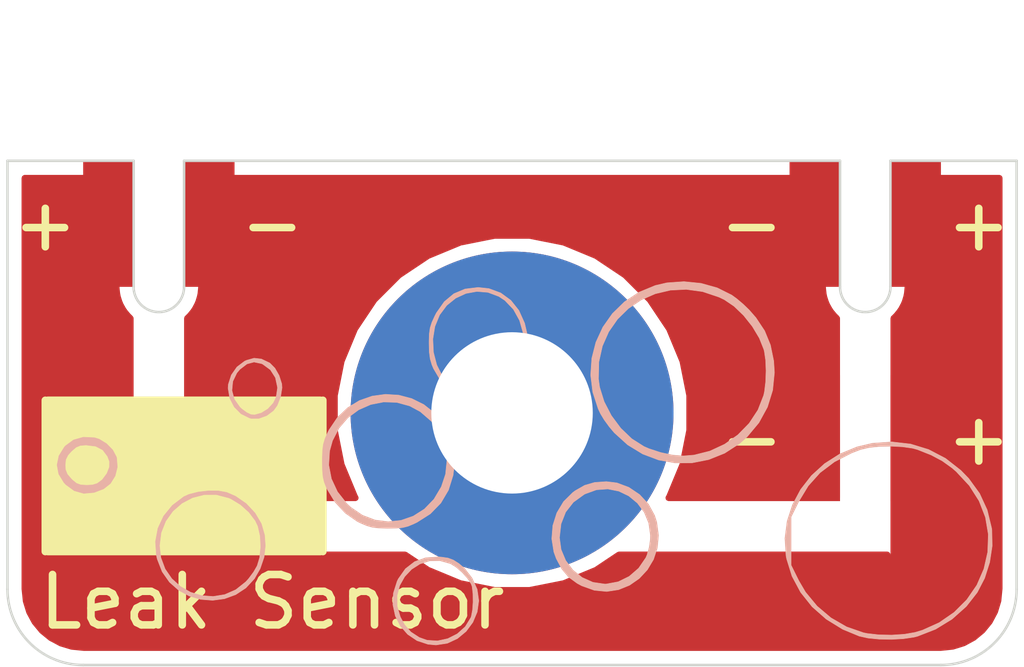
<source format=kicad_pcb>
(kicad_pcb (version 20171130) (host pcbnew "(5.1.4)-1")

  (general
    (thickness 1.6)
    (drawings 21)
    (tracks 0)
    (zones 0)
    (modules 9)
    (nets 4)
  )

  (page A4)
  (layers
    (0 F.Cu signal)
    (31 B.Cu signal)
    (32 B.Adhes user)
    (33 F.Adhes user)
    (34 B.Paste user)
    (35 F.Paste user)
    (36 B.SilkS user)
    (37 F.SilkS user)
    (38 B.Mask user)
    (39 F.Mask user)
    (40 Dwgs.User user)
    (41 Cmts.User user)
    (42 Eco1.User user)
    (43 Eco2.User user)
    (44 Edge.Cuts user)
    (45 Margin user)
    (46 B.CrtYd user)
    (47 F.CrtYd user)
    (48 B.Fab user)
    (49 F.Fab user)
  )

  (setup
    (last_trace_width 0.25)
    (trace_clearance 0.2)
    (zone_clearance 0.254)
    (zone_45_only no)
    (trace_min 0.2)
    (via_size 0.8)
    (via_drill 0.4)
    (via_min_size 0.4)
    (via_min_drill 0.3)
    (uvia_size 0.3)
    (uvia_drill 0.1)
    (uvias_allowed no)
    (uvia_min_size 0.2)
    (uvia_min_drill 0.1)
    (edge_width 0.05)
    (segment_width 0.2)
    (pcb_text_width 0.3)
    (pcb_text_size 1.5 1.5)
    (mod_edge_width 0.12)
    (mod_text_size 1 1)
    (mod_text_width 0.15)
    (pad_size 1.524 1.524)
    (pad_drill 0.762)
    (pad_to_mask_clearance 0.051)
    (solder_mask_min_width 0.25)
    (aux_axis_origin 50 150)
    (grid_origin 50 150)
    (visible_elements 7FFFFFFF)
    (pcbplotparams
      (layerselection 0x010fc_ffffffff)
      (usegerberextensions false)
      (usegerberattributes false)
      (usegerberadvancedattributes false)
      (creategerberjobfile false)
      (excludeedgelayer true)
      (linewidth 0.100000)
      (plotframeref false)
      (viasonmask false)
      (mode 1)
      (useauxorigin false)
      (hpglpennumber 1)
      (hpglpenspeed 20)
      (hpglpendiameter 15.000000)
      (psnegative false)
      (psa4output false)
      (plotreference true)
      (plotvalue true)
      (plotinvisibletext false)
      (padsonsilk false)
      (subtractmaskfromsilk false)
      (outputformat 1)
      (mirror false)
      (drillshape 0)
      (scaleselection 1)
      (outputdirectory "gerbers/"))
  )

  (net 0 "")
  (net 1 "Net-(H1-Pad1)")
  (net 2 /LEAK+)
  (net 3 /LEAK-)

  (net_class Default "This is the default net class."
    (clearance 0.2)
    (trace_width 0.25)
    (via_dia 0.8)
    (via_drill 0.4)
    (uvia_dia 0.3)
    (uvia_drill 0.1)
    (add_net /LEAK+)
    (add_net /LEAK-)
    (add_net "Net-(H1-Pad1)")
  )

  (module µ104KiCAD:LEAK_PAD (layer F.Cu) (tedit 600486CA) (tstamp 60048C47)
    (at 66 141.25 90)
    (path /600BE425)
    (fp_text reference J6 (at 0 -1.3 90) (layer F.SilkS) hide
      (effects (font (size 1 1) (thickness 0.15)))
    )
    (fp_text value LEAK_PAD- (at 0.1 -1.3 90) (layer F.Fab)
      (effects (font (size 1 1) (thickness 0.15)))
    )
    (pad 1 smd rect (at 0 0 90) (size 2.5 1) (layers F.Cu F.Paste F.Mask)
      (net 3 /LEAK-))
  )

  (module µ104KiCAD:LEAK_PAD (layer F.Cu) (tedit 600486CA) (tstamp 60048C2E)
    (at 68 141.25 90)
    (path /600BE270)
    (fp_text reference J1 (at 0 -1.3 90) (layer F.SilkS) hide
      (effects (font (size 1 1) (thickness 0.15)))
    )
    (fp_text value LEAK_PAD+ (at 0.1 -1.3 90) (layer F.Fab)
      (effects (font (size 1 1) (thickness 0.15)))
    )
    (pad 1 smd rect (at 0 0 90) (size 2.5 1) (layers F.Cu F.Paste F.Mask)
      (net 2 /LEAK+))
  )

  (module µ104KiCAD:LEAK_PAD (layer F.Cu) (tedit 600486CA) (tstamp 60048C33)
    (at 68 145.5 270)
    (path /600BFA4B)
    (fp_text reference J2 (at 0 -1.3 90) (layer F.SilkS) hide
      (effects (font (size 1 1) (thickness 0.15)))
    )
    (fp_text value PAD (at 0.1 -1.3 90) (layer F.Fab)
      (effects (font (size 1 1) (thickness 0.15)))
    )
    (pad 1 smd rect (at 0 0 270) (size 2.5 1) (layers F.Cu F.Paste F.Mask)
      (net 2 /LEAK+))
  )

  (module µ104KiCAD:LEAK_PAD (layer F.Cu) (tedit 600486CA) (tstamp 60048C38)
    (at 52 141.25 90)
    (path /600B7BAD)
    (fp_text reference J3 (at 0 -1.3 90) (layer F.SilkS) hide
      (effects (font (size 1 1) (thickness 0.15)))
    )
    (fp_text value LEAK_PAD+ (at 0.1 -1.3 90) (layer F.Fab)
      (effects (font (size 1 1) (thickness 0.15)))
    )
    (pad 1 smd rect (at 0 0 90) (size 2.5 1) (layers F.Cu F.Paste F.Mask)
      (net 2 /LEAK+))
  )

  (module µ104KiCAD:LEAK_PAD (layer F.Cu) (tedit 600486CA) (tstamp 60048C3D)
    (at 66 145.5 270)
    (path /600C0FCC)
    (fp_text reference J4 (at 0 -1.3 90) (layer F.SilkS) hide
      (effects (font (size 1 1) (thickness 0.15)))
    )
    (fp_text value PAD (at 0.1 -1.3 90) (layer F.Fab)
      (effects (font (size 1 1) (thickness 0.15)))
    )
    (pad 1 smd rect (at 0 0 270) (size 2.5 1) (layers F.Cu F.Paste F.Mask)
      (net 3 /LEAK-))
  )

  (module µ104KiCAD:LEAK_PAD (layer F.Cu) (tedit 600486CA) (tstamp 60048C42)
    (at 54 141.25 90)
    (path /600BD8CD)
    (fp_text reference J5 (at 0 -1.3 90) (layer F.SilkS) hide
      (effects (font (size 1 1) (thickness 0.15)))
    )
    (fp_text value LEAK_PAD- (at 0.1 -1.3 90) (layer F.Fab)
      (effects (font (size 1 1) (thickness 0.15)))
    )
    (pad 1 smd rect (at 0 0 90) (size 2.5 1) (layers F.Cu F.Paste F.Mask)
      (net 3 /LEAK-))
  )

  (module MountingHole:MountingHole_3.2mm_M3_Pad (layer F.Cu) (tedit 56D1B4CB) (tstamp 6004E552)
    (at 60 145)
    (descr "Mounting Hole 3.2mm, M3")
    (tags "mounting hole 3.2mm m3")
    (path /600C832B)
    (attr virtual)
    (fp_text reference H1 (at 0 -4.2) (layer F.SilkS) hide
      (effects (font (size 1 1) (thickness 0.15)))
    )
    (fp_text value M3 (at 0 4.2) (layer F.Fab)
      (effects (font (size 1 1) (thickness 0.15)))
    )
    (fp_text user %R (at 0.3 0) (layer F.Fab)
      (effects (font (size 1 1) (thickness 0.15)))
    )
    (fp_circle (center 0 0) (end 3.2 0) (layer Cmts.User) (width 0.15))
    (fp_circle (center 0 0) (end 3.45 0) (layer F.CrtYd) (width 0.05))
    (pad 1 thru_hole circle (at 0 0) (size 6.4 6.4) (drill 3.2) (layers *.Cu *.Mask)
      (net 1 "Net-(H1-Pad1)"))
  )

  (module µ104KiCAD:SN_BLOCK (layer F.Cu) (tedit 55F97AC3) (tstamp 6004E577)
    (at 53.5 146.25)
    (path /5F3C49EF)
    (fp_text reference Logo4 (at 0 0.1) (layer F.SilkS) hide
      (effects (font (size 0.2 0.2) (thickness 0.01)))
    )
    (fp_text value SNBLOCK (at 0 0) (layer F.SilkS) hide
      (effects (font (size 0.2 0.2) (thickness 0.01)))
    )
    (fp_line (start -2.7 1.5) (end 2.7 1.5) (layer F.SilkS) (width 0.15))
    (fp_line (start 2.7 1.4) (end -2.7 1.4) (layer F.SilkS) (width 0.15))
    (fp_line (start -2.7 1.3) (end 2.7 1.3) (layer F.SilkS) (width 0.15))
    (fp_line (start 2.7 1.2) (end -2.7 1.2) (layer F.SilkS) (width 0.15))
    (fp_line (start -2.7 1.1) (end 2.7 1.1) (layer F.SilkS) (width 0.15))
    (fp_line (start 2.7 1) (end -2.7 1) (layer F.SilkS) (width 0.15))
    (fp_line (start -2.7 0.9) (end 2.7 0.9) (layer F.SilkS) (width 0.15))
    (fp_line (start 2.7 0.8) (end -2.7 0.8) (layer F.SilkS) (width 0.15))
    (fp_line (start -2.7 0.7) (end 2.7 0.7) (layer F.SilkS) (width 0.15))
    (fp_line (start 2.7 0.6) (end -2.7 0.6) (layer F.SilkS) (width 0.15))
    (fp_line (start -2.7 0.5) (end 2.7 0.5) (layer F.SilkS) (width 0.15))
    (fp_line (start 2.7 0.4) (end -2.7 0.4) (layer F.SilkS) (width 0.15))
    (fp_line (start -2.7 0.3) (end 2.7 0.3) (layer F.SilkS) (width 0.15))
    (fp_line (start 2.7 0.2) (end -2.7 0.2) (layer F.SilkS) (width 0.15))
    (fp_line (start -2.7 0.1) (end 2.7 0.1) (layer F.SilkS) (width 0.15))
    (fp_line (start 2.7 0) (end -2.7 0) (layer F.SilkS) (width 0.15))
    (fp_line (start -2.7 -0.1) (end 2.7 -0.1) (layer F.SilkS) (width 0.15))
    (fp_line (start 2.7 -0.2) (end -2.7 -0.2) (layer F.SilkS) (width 0.15))
    (fp_line (start -2.7 -0.3) (end 2.7 -0.3) (layer F.SilkS) (width 0.15))
    (fp_line (start 2.7 -0.4) (end -2.7 -0.4) (layer F.SilkS) (width 0.15))
    (fp_line (start -2.7 -0.5) (end 2.7 -0.5) (layer F.SilkS) (width 0.15))
    (fp_line (start 2.7 -0.6) (end -2.7 -0.6) (layer F.SilkS) (width 0.15))
    (fp_line (start -2.7 -0.7) (end 2.7 -0.7) (layer F.SilkS) (width 0.15))
    (fp_line (start 2.7 -0.8) (end -2.7 -0.8) (layer F.SilkS) (width 0.15))
    (fp_line (start -2.7 -0.9) (end 2.7 -0.9) (layer F.SilkS) (width 0.15))
    (fp_line (start 2.7 -1) (end -2.7 -1) (layer F.SilkS) (width 0.15))
    (fp_line (start -2.7 -1.1) (end 2.7 -1.1) (layer F.SilkS) (width 0.15))
    (fp_line (start 2.7 -1.2) (end -2.7 -1.2) (layer F.SilkS) (width 0.15))
    (fp_line (start -2.7 -1.3) (end 2.7 -1.3) (layer F.SilkS) (width 0.15))
    (fp_line (start 2.7 -1.4) (end -2.7 -1.4) (layer F.SilkS) (width 0.15))
    (fp_line (start -2.7 -1.5) (end 2.7 -1.5) (layer F.SilkS) (width 0.15))
    (fp_line (start -2.75 -1.5) (end -2.75 1.5) (layer F.SilkS) (width 0.15))
    (fp_line (start 2.75 -1.5) (end 2.75 1.5) (layer F.SilkS) (width 0.15))
  )

  (module silk:bubbles (layer B.Cu) (tedit 0) (tstamp 6004E78E)
    (at 60.25 146 270)
    (path /5EE195B1)
    (fp_text reference Logo3 (at 0 0 270) (layer B.SilkS) hide
      (effects (font (size 1.524 1.524) (thickness 0.3)) (justify mirror))
    )
    (fp_text value Bubble (at 0.75 0 270) (layer B.SilkS) hide
      (effects (font (size 1.524 1.524) (thickness 0.3)) (justify mirror))
    )
    (fp_poly (pts (xy 1.831101 -5.180385) (xy 1.894142 -5.192126) (xy 2.23925 -5.299257) (xy 2.558058 -5.470008)
      (xy 2.843928 -5.698143) (xy 3.090221 -5.977424) (xy 3.290296 -6.301616) (xy 3.42724 -6.632341)
      (xy 3.465921 -6.807763) (xy 3.487367 -7.028687) (xy 3.491513 -7.270105) (xy 3.478297 -7.50701)
      (xy 3.447655 -7.714392) (xy 3.430154 -7.784686) (xy 3.289823 -8.144005) (xy 3.090313 -8.469546)
      (xy 2.838459 -8.752002) (xy 2.55965 -8.9702) (xy 2.278003 -9.115833) (xy 1.963143 -9.215927)
      (xy 1.63794 -9.265397) (xy 1.325265 -9.259158) (xy 1.284591 -9.253669) (xy 0.925246 -9.166378)
      (xy 0.59956 -9.016409) (xy 0.302533 -8.801101) (xy 0.141828 -8.645671) (xy -0.097389 -8.340555)
      (xy -0.272649 -8.005497) (xy -0.382303 -7.647762) (xy -0.424701 -7.274617) (xy -0.424026 -7.264902)
      (xy -0.339584 -7.264902) (xy -0.328042 -7.491056) (xy -0.299748 -7.687343) (xy -0.273701 -7.783286)
      (xy -0.166585 -8.053676) (xy -0.049224 -8.275108) (xy 0.091727 -8.471128) (xy 0.162553 -8.553071)
      (xy 0.441002 -8.812516) (xy 0.744779 -9.006024) (xy 1.069175 -9.132257) (xy 1.409476 -9.189874)
      (xy 1.760971 -9.177535) (xy 2.093339 -9.102243) (xy 2.4157 -8.962431) (xy 2.7062 -8.762493)
      (xy 2.95717 -8.510723) (xy 3.160942 -8.215415) (xy 3.309849 -7.884864) (xy 3.353836 -7.738861)
      (xy 3.390758 -7.526825) (xy 3.40682 -7.276555) (xy 3.401824 -7.019386) (xy 3.375569 -6.786653)
      (xy 3.36039 -6.712857) (xy 3.24422 -6.379642) (xy 3.065391 -6.070072) (xy 2.832686 -5.795051)
      (xy 2.554889 -5.565479) (xy 2.329402 -5.43322) (xy 2.019328 -5.279572) (xy 1.064957 -5.279572)
      (xy 0.755333 -5.432997) (xy 0.446197 -5.620413) (xy 0.185948 -5.854093) (xy -0.029772 -6.139224)
      (xy -0.20532 -6.480995) (xy -0.273701 -6.658429) (xy -0.312414 -6.823468) (xy -0.334375 -7.033999)
      (xy -0.339584 -7.264902) (xy -0.424026 -7.264902) (xy -0.398193 -6.893328) (xy -0.325813 -6.585857)
      (xy -0.185932 -6.246875) (xy 0.006873 -5.944593) (xy 0.244674 -5.68399) (xy 0.519541 -5.470044)
      (xy 0.823546 -5.307733) (xy 1.14876 -5.202034) (xy 1.487255 -5.157925) (xy 1.831101 -5.180385)) (layer B.SilkS) (width 0.01))
    (fp_poly (pts (xy -1.415031 -1.349455) (xy -1.083638 -1.456847) (xy -0.984167 -1.503601) (xy -0.864905 -1.575783)
      (xy -0.726132 -1.676782) (xy -0.607274 -1.776491) (xy -0.366062 -2.042572) (xy -0.185471 -2.338795)
      (xy -0.065771 -2.656347) (xy -0.007235 -2.986416) (xy -0.010135 -3.320189) (xy -0.074741 -3.648854)
      (xy -0.201325 -3.963599) (xy -0.390159 -4.25561) (xy -0.526143 -4.408901) (xy -0.805551 -4.642075)
      (xy -1.115723 -4.811542) (xy -1.449897 -4.914936) (xy -1.801311 -4.949897) (xy -2.032275 -4.935249)
      (xy -2.348137 -4.870377) (xy -2.627185 -4.755953) (xy -2.887436 -4.583322) (xy -3.037898 -4.452141)
      (xy -3.154359 -4.332006) (xy -3.265829 -4.200424) (xy -3.336021 -4.103815) (xy -3.47954 -3.816776)
      (xy -3.569459 -3.495666) (xy -3.59892 -3.204111) (xy -3.450288 -3.204111) (xy -3.405979 -3.527263)
      (xy -3.297331 -3.851128) (xy -3.246481 -3.957252) (xy -3.11518 -4.151174) (xy -2.931422 -4.341432)
      (xy -2.714448 -4.513126) (xy -2.483498 -4.651356) (xy -2.257811 -4.741221) (xy -2.22235 -4.750382)
      (xy -2.049285 -4.775633) (xy -1.837272 -4.784248) (xy -1.617887 -4.776701) (xy -1.422707 -4.753466)
      (xy -1.348298 -4.737257) (xy -1.057082 -4.623531) (xy -0.793346 -4.45001) (xy -0.564584 -4.226664)
      (xy -0.378285 -3.963464) (xy -0.241943 -3.670378) (xy -0.163047 -3.357378) (xy -0.14603 -3.137267)
      (xy -0.164159 -2.927536) (xy -0.214927 -2.691387) (xy -0.290205 -2.462437) (xy -0.332812 -2.36465)
      (xy -0.486062 -2.12322) (xy -0.695552 -1.904329) (xy -0.945991 -1.718284) (xy -1.222087 -1.575393)
      (xy -1.508548 -1.485963) (xy -1.670751 -1.46285) (xy -2.009961 -1.470036) (xy -2.323939 -1.539844)
      (xy -2.60834 -1.665396) (xy -2.858819 -1.839813) (xy -3.071029 -2.056215) (xy -3.240627 -2.307725)
      (xy -3.363266 -2.587463) (xy -3.434601 -2.888552) (xy -3.450288 -3.204111) (xy -3.59892 -3.204111)
      (xy -3.60362 -3.157602) (xy -3.579864 -2.819704) (xy -3.526897 -2.590073) (xy -3.391689 -2.263475)
      (xy -3.203328 -1.978892) (xy -2.969994 -1.73982) (xy -2.699868 -1.549754) (xy -2.401129 -1.41219)
      (xy -2.081956 -1.330622) (xy -1.75053 -1.308545) (xy -1.415031 -1.349455)) (layer B.SilkS) (width 0.01))
    (fp_poly (pts (xy 1.756674 -0.578675) (xy 1.889215 -0.626776) (xy 2.098548 -0.738224) (xy 2.255488 -0.870156)
      (xy 2.380197 -1.041446) (xy 2.429037 -1.132107) (xy 2.518206 -1.381267) (xy 2.541603 -1.626624)
      (xy 2.505957 -1.861223) (xy 2.418 -2.078111) (xy 2.284461 -2.270336) (xy 2.112071 -2.430942)
      (xy 1.90756 -2.552978) (xy 1.67766 -2.62949) (xy 1.429099 -2.653523) (xy 1.168609 -2.618126)
      (xy 1.032706 -2.574707) (xy 0.809061 -2.45241) (xy 0.620665 -2.277952) (xy 0.477224 -2.06519)
      (xy 0.388445 -1.827983) (xy 0.366799 -1.648635) (xy 0.508481 -1.648635) (xy 0.551474 -1.865243)
      (xy 0.647139 -2.063788) (xy 0.789057 -2.235052) (xy 0.970806 -2.36982) (xy 1.185966 -2.458873)
      (xy 1.428116 -2.492995) (xy 1.506924 -2.491026) (xy 1.663896 -2.468818) (xy 1.812285 -2.427787)
      (xy 1.871701 -2.402589) (xy 2.080907 -2.25921) (xy 2.243158 -2.072188) (xy 2.35031 -1.854237)
      (xy 2.394219 -1.61807) (xy 2.394857 -1.585949) (xy 2.360658 -1.352227) (xy 2.264864 -1.138993)
      (xy 2.117682 -0.956181) (xy 1.929317 -0.813729) (xy 1.709975 -0.721572) (xy 1.474211 -0.689631)
      (xy 1.20068 -0.720654) (xy 0.966023 -0.81271) (xy 0.771202 -0.965236) (xy 0.617181 -1.177668)
      (xy 0.606198 -1.198092) (xy 0.524582 -1.423179) (xy 0.508481 -1.648635) (xy 0.366799 -1.648635)
      (xy 0.363212 -1.618924) (xy 0.379909 -1.385582) (xy 0.436931 -1.189619) (xy 0.543375 -1.002906)
      (xy 0.57757 -0.95597) (xy 0.760513 -0.771179) (xy 0.984091 -0.637491) (xy 1.234109 -0.558469)
      (xy 1.496369 -0.537676) (xy 1.756674 -0.578675)) (layer B.SilkS) (width 0.01))
    (fp_poly (pts (xy -2.204187 1.889432) (xy -2.070863 1.872077) (xy -1.953513 1.837084) (xy -1.878246 1.805174)
      (xy -1.633988 1.661221) (xy -1.446174 1.483834) (xy -1.316787 1.281384) (xy -1.247808 1.062244)
      (xy -1.241218 0.834789) (xy -1.298998 0.607392) (xy -1.42313 0.388425) (xy -1.516914 0.278223)
      (xy -1.734831 0.102425) (xy -1.986238 -0.012263) (xy -2.262752 -0.064004) (xy -2.555989 -0.050963)
      (xy -2.77938 0.001651) (xy -3.030598 0.114428) (xy -3.232023 0.27435) (xy -3.378584 0.474829)
      (xy -3.465211 0.709277) (xy -3.487964 0.922092) (xy -3.484977 0.946931) (xy -3.409396 0.946931)
      (xy -3.390991 0.725849) (xy -3.310605 0.511769) (xy -3.231156 0.391425) (xy -3.053502 0.2218)
      (xy -2.832978 0.100119) (xy -2.583695 0.029381) (xy -2.319761 0.012586) (xy -2.055287 0.052734)
      (xy -1.896761 0.10774) (xy -1.74454 0.195352) (xy -1.593929 0.318655) (xy -1.465902 0.457548)
      (xy -1.381433 0.591928) (xy -1.374727 0.608064) (xy -1.339701 0.770202) (xy -1.338233 0.963331)
      (xy -1.368411 1.155127) (xy -1.41493 1.287703) (xy -1.545802 1.478362) (xy -1.728855 1.631785)
      (xy -1.951331 1.743126) (xy -2.200467 1.80754) (xy -2.463506 1.820181) (xy -2.712464 1.780414)
      (xy -2.943638 1.685874) (xy -3.13294 1.544486) (xy -3.276349 1.36702) (xy -3.369841 1.164245)
      (xy -3.409396 0.946931) (xy -3.484977 0.946931) (xy -3.4569 1.180362) (xy -3.363116 1.403213)
      (xy -3.205729 1.591986) (xy -2.983854 1.748023) (xy -2.922456 1.77999) (xy -2.794861 1.83841)
      (xy -2.687144 1.872803) (xy -2.570245 1.889302) (xy -2.415104 1.894038) (xy -2.381578 1.894114)
      (xy -2.204187 1.889432)) (layer B.SilkS) (width 0.01))
    (fp_poly (pts (xy 3.026444 2.563007) (xy 3.225003 2.463482) (xy 3.391529 2.318327) (xy 3.515983 2.133654)
      (xy 3.588327 1.915576) (xy 3.602653 1.757259) (xy 3.568886 1.533622) (xy 3.47509 1.331881)
      (xy 3.332522 1.160333) (xy 3.152438 1.027274) (xy 2.946095 0.941) (xy 2.724749 0.909808)
      (xy 2.499658 0.941994) (xy 2.497414 0.942668) (xy 2.276382 1.042562) (xy 2.082724 1.193454)
      (xy 1.989616 1.30206) (xy 1.918778 1.413439) (xy 1.879385 1.518708) (xy 1.86034 1.651619)
      (xy 1.858304 1.682089) (xy 1.930276 1.682089) (xy 1.989533 1.472096) (xy 1.991582 1.467546)
      (xy 2.062059 1.354229) (xy 2.165144 1.236324) (xy 2.281207 1.132319) (xy 2.390618 1.060699)
      (xy 2.444445 1.041053) (xy 2.58877 1.02435) (xy 2.754407 1.022168) (xy 2.912907 1.033388)
      (xy 3.035824 1.056891) (xy 3.059333 1.065245) (xy 3.240929 1.176814) (xy 3.382562 1.334658)
      (xy 3.478412 1.523718) (xy 3.522661 1.728937) (xy 3.50949 1.935258) (xy 3.454861 2.088738)
      (xy 3.345807 2.255433) (xy 3.203567 2.380055) (xy 3.048 2.464379) (xy 2.83235 2.528241)
      (xy 2.621505 2.52998) (xy 2.423911 2.477565) (xy 2.248012 2.378965) (xy 2.102254 2.242148)
      (xy 1.995082 2.075084) (xy 1.934941 1.885742) (xy 1.930276 1.682089) (xy 1.858304 1.682089)
      (xy 1.856683 1.706332) (xy 1.872792 1.961951) (xy 1.951385 2.181096) (xy 2.09153 2.362181)
      (xy 2.292295 2.50362) (xy 2.338946 2.526687) (xy 2.573377 2.600722) (xy 2.805889 2.610791)
      (xy 3.026444 2.563007)) (layer B.SilkS) (width 0.01))
    (fp_poly (pts (xy 0.139526 4.006711) (xy 0.267632 3.995225) (xy 0.372771 3.970757) (xy 0.479682 3.92895)
      (xy 0.515913 3.912323) (xy 0.770708 3.757446) (xy 0.987997 3.554339) (xy 1.152898 3.317626)
      (xy 1.183657 3.256073) (xy 1.236395 3.131769) (xy 1.267922 3.022322) (xy 1.283418 2.900296)
      (xy 1.28806 2.738254) (xy 1.288143 2.702522) (xy 1.285538 2.535967) (xy 1.273922 2.414707)
      (xy 1.247593 2.311544) (xy 1.200851 2.199278) (xy 1.168654 2.132471) (xy 1.001708 1.870197)
      (xy 0.787732 1.661877) (xy 0.531237 1.510371) (xy 0.23673 1.418542) (xy 0 1.39082)
      (xy -0.176402 1.389956) (xy -0.319881 1.409043) (xy -0.468677 1.453817) (xy -0.501752 1.466099)
      (xy -0.772986 1.603161) (xy -0.993967 1.783612) (xy -1.164339 1.998459) (xy -1.283744 2.238709)
      (xy -1.351827 2.495369) (xy -1.368229 2.759446) (xy -1.363256 2.796083) (xy -1.216674 2.796083)
      (xy -1.208487 2.534793) (xy -1.138302 2.278234) (xy -1.025016 2.068285) (xy -0.83042 1.843821)
      (xy -0.600063 1.678988) (xy -0.342967 1.576312) (xy -0.068155 1.538318) (xy 0.215351 1.567534)
      (xy 0.465328 1.651054) (xy 0.712563 1.79781) (xy 0.907259 1.986529) (xy 1.047648 2.207317)
      (xy 1.131958 2.450278) (xy 1.158421 2.705519) (xy 1.125265 2.963145) (xy 1.030723 3.213262)
      (xy 0.873023 3.445976) (xy 0.800297 3.523737) (xy 0.56462 3.710132) (xy 0.306937 3.830351)
      (xy 0.03455 3.882727) (xy -0.245237 3.865592) (xy -0.448476 3.80879) (xy -0.698495 3.680148)
      (xy -0.903776 3.504136) (xy -1.060868 3.291175) (xy -1.166318 3.051683) (xy -1.216674 2.796083)
      (xy -1.363256 2.796083) (xy -1.332593 3.021946) (xy -1.244562 3.273877) (xy -1.10378 3.506245)
      (xy -0.909889 3.710057) (xy -0.662532 3.87632) (xy -0.598714 3.907989) (xy -0.482703 3.957755)
      (xy -0.379136 3.988191) (xy -0.262843 4.003841) (xy -0.108654 4.009253) (xy -0.036286 4.009571)
      (xy 0.139526 4.006711)) (layer B.SilkS) (width 0.01))
    (fp_poly (pts (xy -1.292976 5.844241) (xy -1.119519 5.754586) (xy -0.983491 5.619878) (xy -0.899654 5.451474)
      (xy -0.891022 5.417433) (xy -0.891955 5.266128) (xy -0.948023 5.112226) (xy -1.046961 4.980033)
      (xy -1.149015 4.906106) (xy -1.331816 4.835431) (xy -1.500286 4.809043) (xy -1.578429 4.815219)
      (xy -1.742188 4.867565) (xy -1.886305 4.950098) (xy -1.985634 5.048036) (xy -1.992419 5.058575)
      (xy -2.068577 5.218867) (xy -2.08464 5.362981) (xy -2.084316 5.364124) (xy -2.00924 5.364124)
      (xy -1.978247 5.216295) (xy -1.966096 5.189336) (xy -1.855374 5.038848) (xy -1.699457 4.939393)
      (xy -1.511647 4.899055) (xy -1.487714 4.898571) (xy -1.304186 4.926077) (xy -1.193723 4.980693)
      (xy -1.078454 5.086144) (xy -0.996593 5.216793) (xy -0.959769 5.350049) (xy -0.964936 5.425199)
      (xy -1.005597 5.510605) (xy -1.07874 5.609543) (xy -1.111026 5.644321) (xy -1.268391 5.755077)
      (xy -1.44488 5.802058) (xy -1.625018 5.78526) (xy -1.793327 5.704683) (xy -1.864305 5.644418)
      (xy -1.971875 5.504078) (xy -2.00924 5.364124) (xy -2.084316 5.364124) (xy -2.042025 5.513244)
      (xy -2.023724 5.551714) (xy -1.910303 5.701516) (xy -1.751138 5.812699) (xy -1.568621 5.871617)
      (xy -1.489097 5.877488) (xy -1.292976 5.844241)) (layer B.SilkS) (width 0.01))
    (fp_poly (pts (xy 1.827337 7.297713) (xy 1.899453 7.28131) (xy 2.150704 7.183226) (xy 2.357141 7.038221)
      (xy 2.517862 6.856014) (xy 2.631964 6.646326) (xy 2.698544 6.418877) (xy 2.7167 6.183387)
      (xy 2.685529 5.949576) (xy 2.604127 5.727164) (xy 2.471593 5.525871) (xy 2.287022 5.355416)
      (xy 2.088844 5.242168) (xy 1.862926 5.165584) (xy 1.63229 5.140654) (xy 1.422049 5.15577)
      (xy 1.197602 5.220273) (xy 0.985827 5.345574) (xy 0.799968 5.519899) (xy 0.653268 5.731477)
      (xy 0.577164 5.906753) (xy 0.547621 6.068682) (xy 0.547321 6.109686) (xy 0.620634 6.109686)
      (xy 0.684275 5.865159) (xy 0.704927 5.817656) (xy 0.819095 5.629415) (xy 0.969456 5.462626)
      (xy 1.136945 5.336105) (xy 1.244704 5.28482) (xy 1.43987 5.240343) (xy 1.65823 5.229416)
      (xy 1.869523 5.25144) (xy 2.032 5.300442) (xy 2.153801 5.370232) (xy 2.284732 5.467153)
      (xy 2.349847 5.525255) (xy 2.508067 5.724748) (xy 2.603905 5.943781) (xy 2.64141 6.172679)
      (xy 2.624629 6.401767) (xy 2.557612 6.621368) (xy 2.444407 6.821808) (xy 2.289064 6.993413)
      (xy 2.09563 7.126505) (xy 1.868155 7.211411) (xy 1.632857 7.238649) (xy 1.375581 7.206433)
      (xy 1.145502 7.115332) (xy 0.948838 6.974863) (xy 0.791803 6.794545) (xy 0.680613 6.583898)
      (xy 0.621485 6.352438) (xy 0.620634 6.109686) (xy 0.547321 6.109686) (xy 0.546178 6.265668)
      (xy 0.569996 6.469369) (xy 0.616238 6.65144) (xy 0.661917 6.753381) (xy 0.835213 6.981997)
      (xy 1.047534 7.154633) (xy 1.289748 7.267394) (xy 1.552726 7.316386) (xy 1.827337 7.297713)) (layer B.SilkS) (width 0.01))
    (fp_poly (pts (xy 0.211566 9.233558) (xy 0.380382 9.130717) (xy 0.421403 9.092711) (xy 0.543423 8.925705)
      (xy 0.595787 8.739412) (xy 0.578297 8.535573) (xy 0.506304 8.345714) (xy 0.400357 8.210816)
      (xy 0.249824 8.11746) (xy 0.0744 8.073498) (xy -0.10622 8.086786) (xy -0.127909 8.092781)
      (xy -0.264802 8.165917) (xy -0.388622 8.287123) (xy -0.478256 8.432343) (xy -0.507696 8.525482)
      (xy -0.515172 8.692255) (xy -0.362857 8.692255) (xy -0.339349 8.501228) (xy -0.266089 8.360772)
      (xy -0.138973 8.265039) (xy -0.036286 8.226952) (xy 0.074537 8.228264) (xy 0.201379 8.277385)
      (xy 0.317771 8.363289) (xy 0.335643 8.381888) (xy 0.400087 8.469258) (xy 0.42942 8.564718)
      (xy 0.435428 8.676486) (xy 0.428561 8.797655) (xy 0.398552 8.882026) (xy 0.33129 8.964809)
      (xy 0.312057 8.984343) (xy 0.217319 9.06528) (xy 0.12724 9.101071) (xy 0.036286 9.107714)
      (xy -0.074868 9.096542) (xy -0.163027 9.052595) (xy -0.239486 8.984342) (xy -0.318841 8.892764)
      (xy -0.354715 8.80587) (xy -0.362857 8.692255) (xy -0.515172 8.692255) (xy -0.517611 8.746659)
      (xy -0.463159 8.939858) (xy -0.346049 9.099597) (xy -0.321638 9.121661) (xy -0.14808 9.229366)
      (xy 0.032534 9.266553) (xy 0.211566 9.233558)) (layer B.SilkS) (width 0.01))
  )

  (gr_text "Leak Sensor" (at 55.25 148.75) (layer F.SilkS)
    (effects (font (size 1 1) (thickness 0.15)))
  )
  (gr_text + (at 69.25 145.5) (layer F.SilkS) (tstamp 6004907C)
    (effects (font (size 1 1) (thickness 0.15)))
  )
  (gr_text - (at 64.75 145.5) (layer F.SilkS) (tstamp 60049076)
    (effects (font (size 1 1) (thickness 0.15)))
  )
  (gr_text - (at 64.75 141.25) (layer F.SilkS) (tstamp 60049076)
    (effects (font (size 1 1) (thickness 0.15)))
  )
  (gr_text - (at 55.25 141.25) (layer F.SilkS) (tstamp 60049071)
    (effects (font (size 1 1) (thickness 0.15)))
  )
  (gr_text + (at 50.75 141.25) (layer F.SilkS) (tstamp 6004906F)
    (effects (font (size 1 1) (thickness 0.15)))
  )
  (gr_text + (at 69.25 141.25) (layer F.SilkS)
    (effects (font (size 1 1) (thickness 0.15)))
  )
  (gr_arc (start 68.5 148.5) (end 68.5 150) (angle -90) (layer Edge.Cuts) (width 0.05) (tstamp 6004905A))
  (gr_arc (start 51.5 148.5) (end 50 148.5) (angle -90) (layer Edge.Cuts) (width 0.05))
  (gr_line (start 67.5 140) (end 70 140) (layer Edge.Cuts) (width 0.05) (tstamp 60048E8B))
  (gr_line (start 53.5 140) (end 66.5 140) (layer Edge.Cuts) (width 0.05) (tstamp 60048E8A))
  (gr_arc (start 67 142.5) (end 66.5 142.5) (angle -180) (layer Edge.Cuts) (width 0.05) (tstamp 60048E53))
  (gr_line (start 66.5 142.5) (end 66.5 140) (layer Edge.Cuts) (width 0.05) (tstamp 60048E52))
  (gr_line (start 67.5 140) (end 67.5 142.5) (layer Edge.Cuts) (width 0.05) (tstamp 60048E51))
  (gr_arc (start 53 142.5) (end 52.5 142.5) (angle -180) (layer Edge.Cuts) (width 0.05))
  (gr_line (start 52.5 142.5) (end 52.5 140) (layer Edge.Cuts) (width 0.05))
  (gr_line (start 53.5 140) (end 53.5 142.5) (layer Edge.Cuts) (width 0.05))
  (gr_line (start 70 140) (end 70 148.5) (layer Edge.Cuts) (width 0.05) (tstamp 60048E41))
  (gr_line (start 50 140) (end 52.5 140) (layer Edge.Cuts) (width 0.05))
  (gr_line (start 51.5 150) (end 68.5 150) (layer Edge.Cuts) (width 0.05))
  (gr_line (start 50 148.5) (end 50 140) (layer Edge.Cuts) (width 0.05))

  (zone (net 2) (net_name /LEAK+) (layer F.Cu) (tstamp 6004CC6F) (hatch edge 0.508)
    (connect_pads thru_hole_only (clearance 0.254))
    (min_thickness 0.128)
    (fill yes (arc_segments 32) (thermal_gap 0.508) (thermal_bridge_width 0.508))
    (polygon
      (pts
        (xy 67.5 140) (xy 70 140) (xy 70 150) (xy 50 150) (xy 50 140)
        (xy 52.5 140) (xy 52.5 147.75) (xy 67.5 147.75) (xy 67.5 148.25) (xy 67.5 142.5)
      )
    )
    (filled_polygon
      (pts
        (xy 52.157 142.516842) (xy 52.158685 142.53395) (xy 52.158685 142.54045) (xy 52.159186 142.545213) (xy 52.170063 142.642188)
        (xy 52.176528 142.672602) (xy 52.182565 142.703094) (xy 52.183982 142.707669) (xy 52.213488 142.800684) (xy 52.225721 142.829227)
        (xy 52.23758 142.858) (xy 52.239854 142.862203) (xy 52.239858 142.862212) (xy 52.239863 142.862219) (xy 52.286869 142.947725)
        (xy 52.304422 142.97336) (xy 52.321638 142.999272) (xy 52.324691 143.002961) (xy 52.387416 143.077713) (xy 52.409592 143.099429)
        (xy 52.431531 143.121522) (xy 52.435242 143.124549) (xy 52.436 143.125158) (xy 52.436 147.75) (xy 52.43723 147.762486)
        (xy 52.440872 147.774492) (xy 52.446786 147.785556) (xy 52.454745 147.795255) (xy 52.464444 147.803214) (xy 52.475508 147.809128)
        (xy 52.487514 147.81277) (xy 52.5 147.814) (xy 57.879216 147.814) (xy 58.333602 148.117611) (xy 58.973837 148.382805)
        (xy 59.653507 148.518) (xy 60.346493 148.518) (xy 61.026163 148.382805) (xy 61.666398 148.117611) (xy 62.120784 147.814)
        (xy 67.436 147.814) (xy 67.436 148.25) (xy 67.43723 148.262486) (xy 67.440872 148.274492) (xy 67.446786 148.285556)
        (xy 67.454745 148.295255) (xy 67.464444 148.303214) (xy 67.475508 148.309128) (xy 67.487514 148.31277) (xy 67.5 148.314)
        (xy 67.512486 148.31277) (xy 67.524492 148.309128) (xy 67.535556 148.303214) (xy 67.545255 148.295255) (xy 67.553214 148.285556)
        (xy 67.559128 148.274492) (xy 67.56277 148.262486) (xy 67.564 148.25) (xy 67.564 143.124398) (xy 67.573422 143.116603)
        (xy 67.595305 143.094566) (xy 67.617537 143.072796) (xy 67.620589 143.069105) (xy 67.682265 142.993484) (xy 67.699448 142.967623)
        (xy 67.717036 142.941936) (xy 67.719307 142.937734) (xy 67.719311 142.937728) (xy 67.719313 142.937722) (xy 67.765125 142.851562)
        (xy 67.776968 142.822828) (xy 67.789217 142.794249) (xy 67.790633 142.789674) (xy 67.818838 142.696256) (xy 67.824873 142.665781)
        (xy 67.831341 142.635349) (xy 67.831841 142.630587) (xy 67.841363 142.533469) (xy 67.841363 142.533463) (xy 67.843 142.516843)
        (xy 67.843 140.343) (xy 69.657 140.343) (xy 69.657001 148.483215) (xy 69.633352 148.724413) (xy 69.568181 148.940269)
        (xy 69.46232 149.139364) (xy 69.319805 149.314104) (xy 69.146067 149.457832) (xy 68.947715 149.565081) (xy 68.732318 149.631757)
        (xy 68.492145 149.657) (xy 51.516774 149.657) (xy 51.275587 149.633352) (xy 51.059731 149.568181) (xy 50.860636 149.46232)
        (xy 50.685896 149.319805) (xy 50.542168 149.146067) (xy 50.434919 148.947715) (xy 50.368243 148.732318) (xy 50.343 148.492145)
        (xy 50.343 140.343) (xy 52.157001 140.343)
      )
    )
  )
  (zone (net 3) (net_name /LEAK-) (layer F.Cu) (tstamp 6004CC6C) (hatch edge 0.508)
    (connect_pads thru_hole_only (clearance 0.254))
    (min_thickness 0.128)
    (fill yes (arc_segments 32) (thermal_gap 0.508) (thermal_bridge_width 0.508))
    (polygon
      (pts
        (xy 53.5 140) (xy 66.5 140) (xy 66.5 146.75) (xy 53.5 146.75)
      )
    )
    (filled_polygon
      (pts
        (xy 66.157 142.516842) (xy 66.158685 142.53395) (xy 66.158685 142.54045) (xy 66.159186 142.545213) (xy 66.170063 142.642188)
        (xy 66.176528 142.672602) (xy 66.182565 142.703094) (xy 66.183982 142.707669) (xy 66.213488 142.800684) (xy 66.225721 142.829227)
        (xy 66.23758 142.858) (xy 66.239854 142.862203) (xy 66.239858 142.862212) (xy 66.239863 142.862219) (xy 66.286869 142.947725)
        (xy 66.304422 142.97336) (xy 66.321638 142.999272) (xy 66.324691 143.002961) (xy 66.387416 143.077713) (xy 66.409592 143.099429)
        (xy 66.431531 143.121522) (xy 66.435242 143.124549) (xy 66.436 143.125158) (xy 66.436 146.686) (xy 63.104513 146.686)
        (xy 63.117611 146.666398) (xy 63.382805 146.026163) (xy 63.518 145.346493) (xy 63.518 144.653507) (xy 63.382805 143.973837)
        (xy 63.117611 143.333602) (xy 62.732609 142.757406) (xy 62.242594 142.267391) (xy 61.666398 141.882389) (xy 61.026163 141.617195)
        (xy 60.346493 141.482) (xy 59.653507 141.482) (xy 58.973837 141.617195) (xy 58.333602 141.882389) (xy 57.757406 142.267391)
        (xy 57.267391 142.757406) (xy 56.882389 143.333602) (xy 56.617195 143.973837) (xy 56.482 144.653507) (xy 56.482 145.346493)
        (xy 56.617195 146.026163) (xy 56.882389 146.666398) (xy 56.895487 146.686) (xy 53.564 146.686) (xy 53.564 143.124398)
        (xy 53.573422 143.116603) (xy 53.595305 143.094566) (xy 53.617537 143.072796) (xy 53.620589 143.069105) (xy 53.682265 142.993484)
        (xy 53.699448 142.967623) (xy 53.717036 142.941936) (xy 53.719307 142.937734) (xy 53.719311 142.937728) (xy 53.719313 142.937722)
        (xy 53.765125 142.851562) (xy 53.776968 142.822828) (xy 53.789217 142.794249) (xy 53.790633 142.789674) (xy 53.818838 142.696256)
        (xy 53.824873 142.665781) (xy 53.831341 142.635349) (xy 53.831841 142.630587) (xy 53.841363 142.533469) (xy 53.841363 142.533463)
        (xy 53.843 142.516843) (xy 53.843 140.343) (xy 66.157001 140.343)
      )
    )
  )
)

</source>
